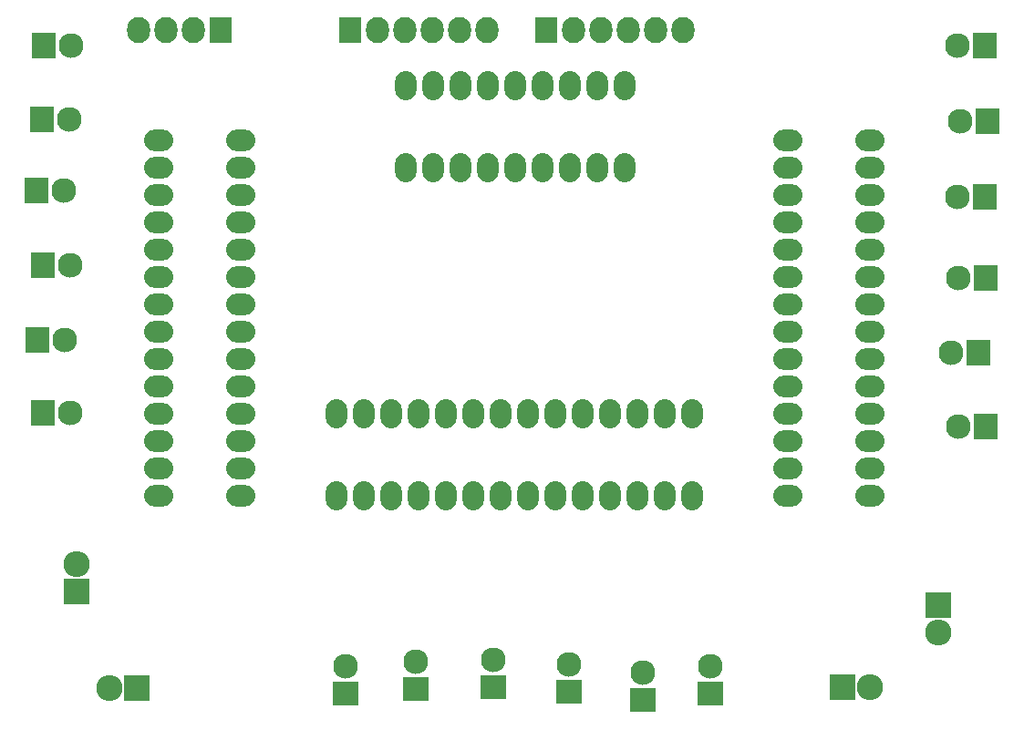
<source format=gbs>
G04 #@! TF.FileFunction,Soldermask,Bot*
%FSLAX46Y46*%
G04 Gerber Fmt 4.6, Leading zero omitted, Abs format (unit mm)*
G04 Created by KiCad (PCBNEW 4.0.2-stable) date 2016-07-18 1:59:09 PM*
%MOMM*%
G01*
G04 APERTURE LIST*
%ADD10C,0.050000*%
%ADD11R,2.127200X2.432000*%
%ADD12O,2.127200X2.432000*%
%ADD13R,2.300000X2.400000*%
%ADD14C,2.300000*%
%ADD15R,2.400000X2.300000*%
%ADD16R,2.432000X2.432000*%
%ADD17O,2.432000X2.432000*%
%ADD18O,2.700000X2.000000*%
%ADD19O,2.000000X2.700000*%
G04 APERTURE END LIST*
D10*
D11*
X113667381Y-34165000D03*
D12*
X111127381Y-34165000D03*
X108587381Y-34165000D03*
X106047381Y-34165000D03*
D13*
X97233000Y-35630001D03*
D14*
X99773000Y-35630001D03*
D13*
X96623000Y-49090001D03*
D14*
X99163000Y-49090001D03*
D13*
X97173000Y-56050001D03*
D14*
X99713000Y-56050001D03*
D13*
X96653000Y-62960001D03*
D14*
X99193000Y-62960001D03*
D13*
X97173000Y-69720001D03*
D14*
X99713000Y-69720001D03*
D15*
X125335001Y-95812000D03*
D14*
X125335001Y-93272000D03*
D15*
X131815001Y-95392000D03*
D14*
X131815001Y-92852000D03*
D15*
X139035001Y-95232000D03*
D14*
X139035001Y-92692000D03*
D15*
X146045001Y-95692000D03*
D14*
X146045001Y-93152000D03*
D15*
X152905001Y-96442000D03*
D14*
X152905001Y-93902000D03*
D15*
X159155001Y-95842000D03*
D14*
X159155001Y-93302000D03*
D13*
X97073000Y-42440001D03*
D14*
X99613000Y-42440001D03*
D13*
X184767000Y-71049999D03*
D14*
X182227000Y-71049999D03*
D13*
X184017000Y-64139999D03*
D14*
X181477000Y-64139999D03*
D13*
X184707000Y-57179999D03*
D14*
X182167000Y-57179999D03*
D13*
X184647000Y-49659999D03*
D14*
X182107000Y-49659999D03*
D13*
X184927000Y-42649999D03*
D14*
X182387000Y-42649999D03*
D13*
X184647000Y-35589999D03*
D14*
X182107000Y-35589999D03*
D16*
X180340000Y-87630000D03*
D17*
X180340000Y-90170000D03*
D18*
X107950000Y-44450000D03*
X107950000Y-46990000D03*
X107950000Y-49530000D03*
X107950000Y-52070000D03*
X107950000Y-54610000D03*
X107950000Y-57150000D03*
X107950000Y-59690000D03*
X107950000Y-62230000D03*
X107950000Y-64770000D03*
X107950000Y-67310000D03*
X107950000Y-69850000D03*
X107950000Y-72390000D03*
X107950000Y-74930000D03*
X107950000Y-77470000D03*
X115570000Y-77470000D03*
X115570000Y-74930000D03*
X115570000Y-72390000D03*
X115570000Y-69850000D03*
X115570000Y-67310000D03*
X115570000Y-64770000D03*
X115570000Y-62230000D03*
X115570000Y-59690000D03*
X115570000Y-57150000D03*
X115570000Y-54610000D03*
X115570000Y-52070000D03*
X115570000Y-49530000D03*
X115570000Y-46990000D03*
X115570000Y-44450000D03*
D19*
X124460000Y-77470000D03*
X127000000Y-77470000D03*
X129540000Y-77470000D03*
X132080000Y-77470000D03*
X134620000Y-77470000D03*
X137160000Y-77470000D03*
X139700000Y-77470000D03*
X142240000Y-77470000D03*
X144780000Y-77470000D03*
X147320000Y-77470000D03*
X149860000Y-77470000D03*
X152400000Y-77470000D03*
X154940000Y-77470000D03*
X157480000Y-77470000D03*
X157480000Y-69850000D03*
X154940000Y-69850000D03*
X152400000Y-69850000D03*
X149860000Y-69850000D03*
X147320000Y-69850000D03*
X144780000Y-69850000D03*
X142240000Y-69850000D03*
X139700000Y-69850000D03*
X137160000Y-69850000D03*
X134620000Y-69850000D03*
X132080000Y-69850000D03*
X129540000Y-69850000D03*
X127000000Y-69850000D03*
X124460000Y-69850000D03*
D18*
X173990000Y-77470000D03*
X173990000Y-74930000D03*
X173990000Y-72390000D03*
X173990000Y-69850000D03*
X173990000Y-67310000D03*
X173990000Y-64770000D03*
X173990000Y-62230000D03*
X173990000Y-59690000D03*
X173990000Y-57150000D03*
X173990000Y-54610000D03*
X173990000Y-52070000D03*
X173990000Y-49530000D03*
X173990000Y-46990000D03*
X173990000Y-44450000D03*
X166370000Y-44450000D03*
X166370000Y-46990000D03*
X166370000Y-49530000D03*
X166370000Y-52070000D03*
X166370000Y-54610000D03*
X166370000Y-57150000D03*
X166370000Y-59690000D03*
X166370000Y-62230000D03*
X166370000Y-64770000D03*
X166370000Y-67310000D03*
X166370000Y-69850000D03*
X166370000Y-72390000D03*
X166370000Y-74930000D03*
X166370000Y-77470000D03*
D16*
X100330000Y-86360000D03*
D17*
X100330000Y-83820000D03*
D16*
X105938333Y-95285000D03*
D17*
X103398333Y-95285000D03*
D11*
X125718333Y-34165000D03*
D12*
X128258333Y-34165000D03*
X130798333Y-34165000D03*
X133338333Y-34165000D03*
X135878333Y-34165000D03*
X138418333Y-34165000D03*
D11*
X143898333Y-34165000D03*
D12*
X146438333Y-34165000D03*
X148978333Y-34165000D03*
X151518333Y-34165000D03*
X154058333Y-34165000D03*
X156598333Y-34165000D03*
D16*
X171450000Y-95250000D03*
D17*
X173990000Y-95250000D03*
D19*
X130897857Y-46985000D03*
X133437857Y-46985000D03*
X135977857Y-46985000D03*
X138517857Y-46985000D03*
X141057857Y-46985000D03*
X143597857Y-46985000D03*
X146137857Y-46985000D03*
X148677857Y-46985000D03*
X151217857Y-46985000D03*
X151217857Y-39365000D03*
X148677857Y-39365000D03*
X146137857Y-39365000D03*
X143597857Y-39365000D03*
X141057857Y-39365000D03*
X138517857Y-39365000D03*
X135977857Y-39365000D03*
X133437857Y-39365000D03*
X130897857Y-39365000D03*
M02*

</source>
